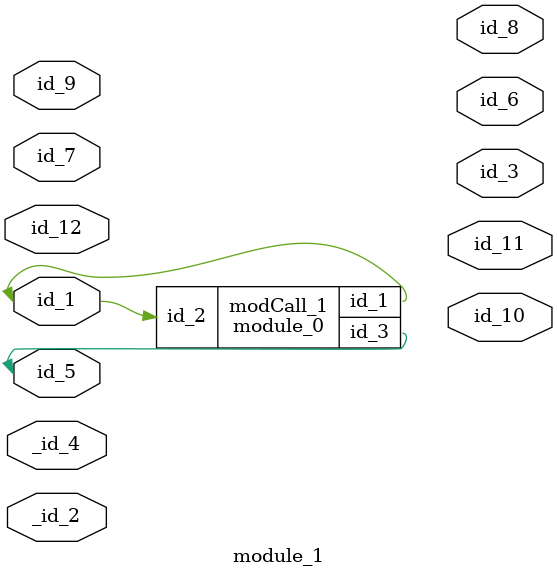
<source format=v>
module module_0 (
    id_1,
    id_2,
    id_3
);
  inout wire id_3;
  input wire id_2;
  inout wire id_1;
endmodule
module module_1 #(
    parameter id_2 = 32'd28,
    parameter id_4 = 32'd99
) (
    id_1,
    _id_2,
    id_3,
    _id_4,
    id_5,
    id_6,
    id_7,
    id_8,
    id_9,
    id_10,
    id_11,
    id_12
);
  inout wire id_12;
  output wire id_11;
  output wire id_10;
  input wire id_9;
  output wire id_8;
  input wire id_7;
  module_0 modCall_1 (
      id_1,
      id_1,
      id_5
  );
  output wire id_6;
  inout wire id_5;
  inout wire _id_4;
  output wire id_3;
  input wire _id_2;
  inout wire id_1;
  wire [-1 : {  id_4  ,  id_2  ,  -1  }] id_13, id_14, id_15;
endmodule

</source>
